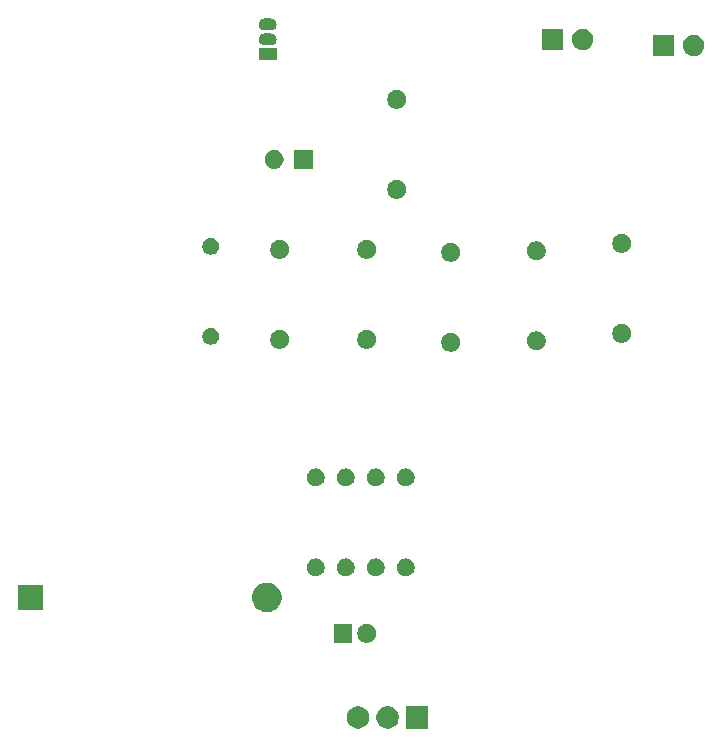
<source format=gbs>
G04 #@! TF.GenerationSoftware,KiCad,Pcbnew,(5.1.5)-3*
G04 #@! TF.CreationDate,2019-12-18T19:33:25+05:30*
G04 #@! TF.ProjectId,555_Badge,3535355f-4261-4646-9765-2e6b69636164,v01*
G04 #@! TF.SameCoordinates,Original*
G04 #@! TF.FileFunction,Soldermask,Bot*
G04 #@! TF.FilePolarity,Negative*
%FSLAX46Y46*%
G04 Gerber Fmt 4.6, Leading zero omitted, Abs format (unit mm)*
G04 Created by KiCad (PCBNEW (5.1.5)-3) date 2019-12-18 19:33:25*
%MOMM*%
%LPD*%
G04 APERTURE LIST*
%ADD10C,0.100000*%
G04 APERTURE END LIST*
D10*
G36*
X71091726Y-134956293D02*
G01*
X71183688Y-134974585D01*
X71356942Y-135046349D01*
X71512862Y-135150531D01*
X71645469Y-135283138D01*
X71749651Y-135439058D01*
X71821415Y-135612313D01*
X71858000Y-135796235D01*
X71858000Y-135983765D01*
X71821415Y-136167687D01*
X71749651Y-136340942D01*
X71645469Y-136496862D01*
X71512862Y-136629469D01*
X71356942Y-136733651D01*
X71183688Y-136805415D01*
X71091726Y-136823708D01*
X70999765Y-136842000D01*
X70812235Y-136842000D01*
X70720274Y-136823708D01*
X70628312Y-136805415D01*
X70455058Y-136733651D01*
X70299138Y-136629469D01*
X70166531Y-136496862D01*
X70062349Y-136340942D01*
X69990585Y-136167687D01*
X69954000Y-135983765D01*
X69954000Y-135796235D01*
X69990585Y-135612313D01*
X70062349Y-135439058D01*
X70166531Y-135283138D01*
X70299138Y-135150531D01*
X70455058Y-135046349D01*
X70628312Y-134974585D01*
X70720274Y-134956293D01*
X70812235Y-134938000D01*
X70999765Y-134938000D01*
X71091726Y-134956293D01*
G37*
G36*
X73591726Y-134956293D02*
G01*
X73683688Y-134974585D01*
X73856942Y-135046349D01*
X74012862Y-135150531D01*
X74145469Y-135283138D01*
X74249651Y-135439058D01*
X74321415Y-135612313D01*
X74358000Y-135796235D01*
X74358000Y-135983765D01*
X74321415Y-136167687D01*
X74249651Y-136340942D01*
X74145469Y-136496862D01*
X74012862Y-136629469D01*
X73856942Y-136733651D01*
X73683688Y-136805415D01*
X73591726Y-136823708D01*
X73499765Y-136842000D01*
X73312235Y-136842000D01*
X73220274Y-136823708D01*
X73128312Y-136805415D01*
X72955058Y-136733651D01*
X72799138Y-136629469D01*
X72666531Y-136496862D01*
X72562349Y-136340942D01*
X72490585Y-136167687D01*
X72454000Y-135983765D01*
X72454000Y-135796235D01*
X72490585Y-135612313D01*
X72562349Y-135439058D01*
X72666531Y-135283138D01*
X72799138Y-135150531D01*
X72955058Y-135046349D01*
X73128312Y-134974585D01*
X73220274Y-134956293D01*
X73312235Y-134938000D01*
X73499765Y-134938000D01*
X73591726Y-134956293D01*
G37*
G36*
X76858000Y-136842000D02*
G01*
X74954000Y-136842000D01*
X74954000Y-134938000D01*
X76858000Y-134938000D01*
X76858000Y-136842000D01*
G37*
G36*
X71784462Y-127991410D02*
G01*
X71861935Y-128006820D01*
X72007890Y-128067276D01*
X72139245Y-128155046D01*
X72250954Y-128266755D01*
X72338724Y-128398110D01*
X72399180Y-128544065D01*
X72430000Y-128699010D01*
X72430000Y-128856990D01*
X72399180Y-129011935D01*
X72338724Y-129157890D01*
X72250954Y-129289245D01*
X72139245Y-129400954D01*
X72007890Y-129488724D01*
X71861935Y-129549180D01*
X71784462Y-129564590D01*
X71706991Y-129580000D01*
X71549009Y-129580000D01*
X71471538Y-129564590D01*
X71394065Y-129549180D01*
X71248110Y-129488724D01*
X71116755Y-129400954D01*
X71005046Y-129289245D01*
X70917276Y-129157890D01*
X70856820Y-129011935D01*
X70826000Y-128856990D01*
X70826000Y-128699010D01*
X70856820Y-128544065D01*
X70917276Y-128398110D01*
X71005046Y-128266755D01*
X71116755Y-128155046D01*
X71248110Y-128067276D01*
X71394065Y-128006820D01*
X71471538Y-127991410D01*
X71549009Y-127976000D01*
X71706991Y-127976000D01*
X71784462Y-127991410D01*
G37*
G36*
X70430000Y-129580000D02*
G01*
X68826000Y-129580000D01*
X68826000Y-127976000D01*
X70430000Y-127976000D01*
X70430000Y-129580000D01*
G37*
G36*
X63545194Y-124526113D02*
G01*
X63773043Y-124620491D01*
X63773044Y-124620492D01*
X63978104Y-124757508D01*
X64152492Y-124931896D01*
X64244043Y-125068913D01*
X64289509Y-125136957D01*
X64383887Y-125364806D01*
X64432000Y-125606687D01*
X64432000Y-125853313D01*
X64383887Y-126095194D01*
X64289509Y-126323043D01*
X64289508Y-126323044D01*
X64152492Y-126528104D01*
X63978104Y-126702492D01*
X63841087Y-126794043D01*
X63773043Y-126839509D01*
X63545194Y-126933887D01*
X63303313Y-126982000D01*
X63056687Y-126982000D01*
X62814806Y-126933887D01*
X62586957Y-126839509D01*
X62518913Y-126794043D01*
X62381896Y-126702492D01*
X62207508Y-126528104D01*
X62070492Y-126323044D01*
X62070491Y-126323043D01*
X61976113Y-126095194D01*
X61928000Y-125853313D01*
X61928000Y-125606687D01*
X61976113Y-125364806D01*
X62070491Y-125136957D01*
X62115957Y-125068913D01*
X62207508Y-124931896D01*
X62381896Y-124757508D01*
X62586956Y-124620492D01*
X62586957Y-124620491D01*
X62814806Y-124526113D01*
X63056687Y-124478000D01*
X63303313Y-124478000D01*
X63545194Y-124526113D01*
G37*
G36*
X44267000Y-126817000D02*
G01*
X42093000Y-126817000D01*
X42093000Y-124643000D01*
X44267000Y-124643000D01*
X44267000Y-126817000D01*
G37*
G36*
X75079049Y-122440680D02*
G01*
X75152851Y-122455360D01*
X75291890Y-122512952D01*
X75417022Y-122596562D01*
X75523438Y-122702978D01*
X75607048Y-122828110D01*
X75664640Y-122967149D01*
X75694000Y-123114753D01*
X75694000Y-123265247D01*
X75664640Y-123412851D01*
X75607048Y-123551890D01*
X75523438Y-123677022D01*
X75417022Y-123783438D01*
X75291890Y-123867048D01*
X75152851Y-123924640D01*
X75079049Y-123939320D01*
X75005249Y-123954000D01*
X74854751Y-123954000D01*
X74780951Y-123939320D01*
X74707149Y-123924640D01*
X74568110Y-123867048D01*
X74442978Y-123783438D01*
X74336562Y-123677022D01*
X74252952Y-123551890D01*
X74195360Y-123412851D01*
X74166000Y-123265247D01*
X74166000Y-123114753D01*
X74195360Y-122967149D01*
X74252952Y-122828110D01*
X74336562Y-122702978D01*
X74442978Y-122596562D01*
X74568110Y-122512952D01*
X74707149Y-122455360D01*
X74780951Y-122440680D01*
X74854751Y-122426000D01*
X75005249Y-122426000D01*
X75079049Y-122440680D01*
G37*
G36*
X72539049Y-122440680D02*
G01*
X72612851Y-122455360D01*
X72751890Y-122512952D01*
X72877022Y-122596562D01*
X72983438Y-122702978D01*
X73067048Y-122828110D01*
X73124640Y-122967149D01*
X73154000Y-123114753D01*
X73154000Y-123265247D01*
X73124640Y-123412851D01*
X73067048Y-123551890D01*
X72983438Y-123677022D01*
X72877022Y-123783438D01*
X72751890Y-123867048D01*
X72612851Y-123924640D01*
X72539049Y-123939320D01*
X72465249Y-123954000D01*
X72314751Y-123954000D01*
X72240951Y-123939320D01*
X72167149Y-123924640D01*
X72028110Y-123867048D01*
X71902978Y-123783438D01*
X71796562Y-123677022D01*
X71712952Y-123551890D01*
X71655360Y-123412851D01*
X71626000Y-123265247D01*
X71626000Y-123114753D01*
X71655360Y-122967149D01*
X71712952Y-122828110D01*
X71796562Y-122702978D01*
X71902978Y-122596562D01*
X72028110Y-122512952D01*
X72167149Y-122455360D01*
X72240951Y-122440680D01*
X72314751Y-122426000D01*
X72465249Y-122426000D01*
X72539049Y-122440680D01*
G37*
G36*
X69999049Y-122440680D02*
G01*
X70072851Y-122455360D01*
X70211890Y-122512952D01*
X70337022Y-122596562D01*
X70443438Y-122702978D01*
X70527048Y-122828110D01*
X70584640Y-122967149D01*
X70614000Y-123114753D01*
X70614000Y-123265247D01*
X70584640Y-123412851D01*
X70527048Y-123551890D01*
X70443438Y-123677022D01*
X70337022Y-123783438D01*
X70211890Y-123867048D01*
X70072851Y-123924640D01*
X69999049Y-123939320D01*
X69925249Y-123954000D01*
X69774751Y-123954000D01*
X69700951Y-123939320D01*
X69627149Y-123924640D01*
X69488110Y-123867048D01*
X69362978Y-123783438D01*
X69256562Y-123677022D01*
X69172952Y-123551890D01*
X69115360Y-123412851D01*
X69086000Y-123265247D01*
X69086000Y-123114753D01*
X69115360Y-122967149D01*
X69172952Y-122828110D01*
X69256562Y-122702978D01*
X69362978Y-122596562D01*
X69488110Y-122512952D01*
X69627149Y-122455360D01*
X69700951Y-122440680D01*
X69774751Y-122426000D01*
X69925249Y-122426000D01*
X69999049Y-122440680D01*
G37*
G36*
X67459049Y-122440680D02*
G01*
X67532851Y-122455360D01*
X67671890Y-122512952D01*
X67797022Y-122596562D01*
X67903438Y-122702978D01*
X67987048Y-122828110D01*
X68044640Y-122967149D01*
X68074000Y-123114753D01*
X68074000Y-123265247D01*
X68044640Y-123412851D01*
X67987048Y-123551890D01*
X67903438Y-123677022D01*
X67797022Y-123783438D01*
X67671890Y-123867048D01*
X67532851Y-123924640D01*
X67459049Y-123939320D01*
X67385249Y-123954000D01*
X67234751Y-123954000D01*
X67160951Y-123939320D01*
X67087149Y-123924640D01*
X66948110Y-123867048D01*
X66822978Y-123783438D01*
X66716562Y-123677022D01*
X66632952Y-123551890D01*
X66575360Y-123412851D01*
X66546000Y-123265247D01*
X66546000Y-123114753D01*
X66575360Y-122967149D01*
X66632952Y-122828110D01*
X66716562Y-122702978D01*
X66822978Y-122596562D01*
X66948110Y-122512952D01*
X67087149Y-122455360D01*
X67160951Y-122440680D01*
X67234751Y-122426000D01*
X67385249Y-122426000D01*
X67459049Y-122440680D01*
G37*
G36*
X67459049Y-114820680D02*
G01*
X67532851Y-114835360D01*
X67671890Y-114892952D01*
X67797022Y-114976562D01*
X67903438Y-115082978D01*
X67987048Y-115208110D01*
X68044640Y-115347149D01*
X68074000Y-115494753D01*
X68074000Y-115645247D01*
X68044640Y-115792851D01*
X67987048Y-115931890D01*
X67903438Y-116057022D01*
X67797022Y-116163438D01*
X67671890Y-116247048D01*
X67532851Y-116304640D01*
X67459049Y-116319320D01*
X67385249Y-116334000D01*
X67234751Y-116334000D01*
X67160951Y-116319320D01*
X67087149Y-116304640D01*
X66948110Y-116247048D01*
X66822978Y-116163438D01*
X66716562Y-116057022D01*
X66632952Y-115931890D01*
X66575360Y-115792851D01*
X66546000Y-115645247D01*
X66546000Y-115494753D01*
X66575360Y-115347149D01*
X66632952Y-115208110D01*
X66716562Y-115082978D01*
X66822978Y-114976562D01*
X66948110Y-114892952D01*
X67087149Y-114835360D01*
X67160951Y-114820680D01*
X67234751Y-114806000D01*
X67385249Y-114806000D01*
X67459049Y-114820680D01*
G37*
G36*
X75079049Y-114820680D02*
G01*
X75152851Y-114835360D01*
X75291890Y-114892952D01*
X75417022Y-114976562D01*
X75523438Y-115082978D01*
X75607048Y-115208110D01*
X75664640Y-115347149D01*
X75694000Y-115494753D01*
X75694000Y-115645247D01*
X75664640Y-115792851D01*
X75607048Y-115931890D01*
X75523438Y-116057022D01*
X75417022Y-116163438D01*
X75291890Y-116247048D01*
X75152851Y-116304640D01*
X75079049Y-116319320D01*
X75005249Y-116334000D01*
X74854751Y-116334000D01*
X74780951Y-116319320D01*
X74707149Y-116304640D01*
X74568110Y-116247048D01*
X74442978Y-116163438D01*
X74336562Y-116057022D01*
X74252952Y-115931890D01*
X74195360Y-115792851D01*
X74166000Y-115645247D01*
X74166000Y-115494753D01*
X74195360Y-115347149D01*
X74252952Y-115208110D01*
X74336562Y-115082978D01*
X74442978Y-114976562D01*
X74568110Y-114892952D01*
X74707149Y-114835360D01*
X74780951Y-114820680D01*
X74854751Y-114806000D01*
X75005249Y-114806000D01*
X75079049Y-114820680D01*
G37*
G36*
X72539049Y-114820680D02*
G01*
X72612851Y-114835360D01*
X72751890Y-114892952D01*
X72877022Y-114976562D01*
X72983438Y-115082978D01*
X73067048Y-115208110D01*
X73124640Y-115347149D01*
X73154000Y-115494753D01*
X73154000Y-115645247D01*
X73124640Y-115792851D01*
X73067048Y-115931890D01*
X72983438Y-116057022D01*
X72877022Y-116163438D01*
X72751890Y-116247048D01*
X72612851Y-116304640D01*
X72539049Y-116319320D01*
X72465249Y-116334000D01*
X72314751Y-116334000D01*
X72240951Y-116319320D01*
X72167149Y-116304640D01*
X72028110Y-116247048D01*
X71902978Y-116163438D01*
X71796562Y-116057022D01*
X71712952Y-115931890D01*
X71655360Y-115792851D01*
X71626000Y-115645247D01*
X71626000Y-115494753D01*
X71655360Y-115347149D01*
X71712952Y-115208110D01*
X71796562Y-115082978D01*
X71902978Y-114976562D01*
X72028110Y-114892952D01*
X72167149Y-114835360D01*
X72240951Y-114820680D01*
X72314751Y-114806000D01*
X72465249Y-114806000D01*
X72539049Y-114820680D01*
G37*
G36*
X69999049Y-114820680D02*
G01*
X70072851Y-114835360D01*
X70211890Y-114892952D01*
X70337022Y-114976562D01*
X70443438Y-115082978D01*
X70527048Y-115208110D01*
X70584640Y-115347149D01*
X70614000Y-115494753D01*
X70614000Y-115645247D01*
X70584640Y-115792851D01*
X70527048Y-115931890D01*
X70443438Y-116057022D01*
X70337022Y-116163438D01*
X70211890Y-116247048D01*
X70072851Y-116304640D01*
X69999049Y-116319320D01*
X69925249Y-116334000D01*
X69774751Y-116334000D01*
X69700951Y-116319320D01*
X69627149Y-116304640D01*
X69488110Y-116247048D01*
X69362978Y-116163438D01*
X69256562Y-116057022D01*
X69172952Y-115931890D01*
X69115360Y-115792851D01*
X69086000Y-115645247D01*
X69086000Y-115494753D01*
X69115360Y-115347149D01*
X69172952Y-115208110D01*
X69256562Y-115082978D01*
X69362978Y-114976562D01*
X69488110Y-114892952D01*
X69627149Y-114835360D01*
X69700951Y-114820680D01*
X69774751Y-114806000D01*
X69925249Y-114806000D01*
X69999049Y-114820680D01*
G37*
G36*
X78896462Y-103353410D02*
G01*
X78973935Y-103368820D01*
X79119890Y-103429276D01*
X79251245Y-103517046D01*
X79362954Y-103628755D01*
X79450724Y-103760110D01*
X79511180Y-103906065D01*
X79514153Y-103921010D01*
X79542000Y-104061009D01*
X79542000Y-104218991D01*
X79539027Y-104233935D01*
X79511180Y-104373935D01*
X79450724Y-104519890D01*
X79362954Y-104651245D01*
X79251245Y-104762954D01*
X79119890Y-104850724D01*
X78973935Y-104911180D01*
X78818991Y-104942000D01*
X78661009Y-104942000D01*
X78506065Y-104911180D01*
X78360110Y-104850724D01*
X78228755Y-104762954D01*
X78117046Y-104651245D01*
X78029276Y-104519890D01*
X77968820Y-104373935D01*
X77940973Y-104233935D01*
X77938000Y-104218991D01*
X77938000Y-104061009D01*
X77965847Y-103921010D01*
X77968820Y-103906065D01*
X78029276Y-103760110D01*
X78117046Y-103628755D01*
X78228755Y-103517046D01*
X78360110Y-103429276D01*
X78506065Y-103368820D01*
X78661009Y-103338000D01*
X78818991Y-103338000D01*
X78896462Y-103353410D01*
G37*
G36*
X86233935Y-103228820D02*
G01*
X86379890Y-103289276D01*
X86511245Y-103377046D01*
X86622954Y-103488755D01*
X86710724Y-103620110D01*
X86768713Y-103760110D01*
X86771180Y-103766066D01*
X86799028Y-103906066D01*
X86802000Y-103921010D01*
X86802000Y-104078990D01*
X86771180Y-104233935D01*
X86710724Y-104379890D01*
X86622954Y-104511245D01*
X86511245Y-104622954D01*
X86379890Y-104710724D01*
X86233935Y-104771180D01*
X86078991Y-104802000D01*
X85921009Y-104802000D01*
X85843538Y-104786590D01*
X85766065Y-104771180D01*
X85620110Y-104710724D01*
X85488755Y-104622954D01*
X85377046Y-104511245D01*
X85289276Y-104379890D01*
X85228820Y-104233935D01*
X85198000Y-104078990D01*
X85198000Y-103921010D01*
X85200973Y-103906066D01*
X85228820Y-103766066D01*
X85231287Y-103760110D01*
X85289276Y-103620110D01*
X85377046Y-103488755D01*
X85488755Y-103377046D01*
X85620110Y-103289276D01*
X85766065Y-103228820D01*
X85921009Y-103198000D01*
X86078991Y-103198000D01*
X86233935Y-103228820D01*
G37*
G36*
X71720670Y-103086721D02*
G01*
X71861935Y-103114820D01*
X72007890Y-103175276D01*
X72139245Y-103263046D01*
X72250954Y-103374755D01*
X72338724Y-103506110D01*
X72399180Y-103652065D01*
X72399180Y-103652066D01*
X72430000Y-103807009D01*
X72430000Y-103964991D01*
X72422846Y-104000955D01*
X72399180Y-104119935D01*
X72338724Y-104265890D01*
X72250954Y-104397245D01*
X72139245Y-104508954D01*
X72007890Y-104596724D01*
X71861935Y-104657180D01*
X71784462Y-104672590D01*
X71706991Y-104688000D01*
X71549009Y-104688000D01*
X71471538Y-104672590D01*
X71394065Y-104657180D01*
X71248110Y-104596724D01*
X71116755Y-104508954D01*
X71005046Y-104397245D01*
X70917276Y-104265890D01*
X70856820Y-104119935D01*
X70833154Y-104000955D01*
X70826000Y-103964991D01*
X70826000Y-103807009D01*
X70856820Y-103652066D01*
X70856820Y-103652065D01*
X70917276Y-103506110D01*
X71005046Y-103374755D01*
X71116755Y-103263046D01*
X71248110Y-103175276D01*
X71394065Y-103114820D01*
X71535330Y-103086721D01*
X71549009Y-103084000D01*
X71706991Y-103084000D01*
X71720670Y-103086721D01*
G37*
G36*
X64354670Y-103086721D02*
G01*
X64495935Y-103114820D01*
X64641890Y-103175276D01*
X64773245Y-103263046D01*
X64884954Y-103374755D01*
X64972724Y-103506110D01*
X65033180Y-103652065D01*
X65033180Y-103652066D01*
X65064000Y-103807009D01*
X65064000Y-103964991D01*
X65056846Y-104000955D01*
X65033180Y-104119935D01*
X64972724Y-104265890D01*
X64884954Y-104397245D01*
X64773245Y-104508954D01*
X64641890Y-104596724D01*
X64495935Y-104657180D01*
X64418462Y-104672590D01*
X64340991Y-104688000D01*
X64183009Y-104688000D01*
X64105538Y-104672590D01*
X64028065Y-104657180D01*
X63882110Y-104596724D01*
X63750755Y-104508954D01*
X63639046Y-104397245D01*
X63551276Y-104265890D01*
X63490820Y-104119935D01*
X63467154Y-104000955D01*
X63460000Y-103964991D01*
X63460000Y-103807009D01*
X63490820Y-103652066D01*
X63490820Y-103652065D01*
X63551276Y-103506110D01*
X63639046Y-103374755D01*
X63750755Y-103263046D01*
X63882110Y-103175276D01*
X64028065Y-103114820D01*
X64169330Y-103086721D01*
X64183009Y-103084000D01*
X64340991Y-103084000D01*
X64354670Y-103086721D01*
G37*
G36*
X58624766Y-102956977D02*
G01*
X58752522Y-103009895D01*
X58867499Y-103086721D01*
X58965279Y-103184501D01*
X59042105Y-103299478D01*
X59095023Y-103427234D01*
X59122000Y-103562859D01*
X59122000Y-103701141D01*
X59095023Y-103836766D01*
X59042105Y-103964522D01*
X58965279Y-104079499D01*
X58867499Y-104177279D01*
X58752522Y-104254105D01*
X58624766Y-104307023D01*
X58489141Y-104334000D01*
X58350859Y-104334000D01*
X58215234Y-104307023D01*
X58087478Y-104254105D01*
X57972501Y-104177279D01*
X57874721Y-104079499D01*
X57797895Y-103964522D01*
X57744977Y-103836766D01*
X57718000Y-103701141D01*
X57718000Y-103562859D01*
X57744977Y-103427234D01*
X57797895Y-103299478D01*
X57874721Y-103184501D01*
X57972501Y-103086721D01*
X58087478Y-103009895D01*
X58215234Y-102956977D01*
X58350859Y-102930000D01*
X58489141Y-102930000D01*
X58624766Y-102956977D01*
G37*
G36*
X93374462Y-102591410D02*
G01*
X93451935Y-102606820D01*
X93597890Y-102667276D01*
X93729245Y-102755046D01*
X93840954Y-102866755D01*
X93928724Y-102998110D01*
X93977066Y-103114820D01*
X93989180Y-103144066D01*
X94012847Y-103263046D01*
X94020000Y-103299010D01*
X94020000Y-103456990D01*
X93989180Y-103611935D01*
X93928724Y-103757890D01*
X93840954Y-103889245D01*
X93729245Y-104000954D01*
X93597890Y-104088724D01*
X93451935Y-104149180D01*
X93296991Y-104180000D01*
X93139009Y-104180000D01*
X93061538Y-104164590D01*
X92984065Y-104149180D01*
X92838110Y-104088724D01*
X92706755Y-104000954D01*
X92595046Y-103889245D01*
X92507276Y-103757890D01*
X92446820Y-103611935D01*
X92416000Y-103456990D01*
X92416000Y-103299010D01*
X92423154Y-103263046D01*
X92446820Y-103144066D01*
X92458934Y-103114820D01*
X92507276Y-102998110D01*
X92595046Y-102866755D01*
X92706755Y-102755046D01*
X92838110Y-102667276D01*
X92984065Y-102606820D01*
X93061538Y-102591410D01*
X93139009Y-102576000D01*
X93296991Y-102576000D01*
X93374462Y-102591410D01*
G37*
G36*
X78896462Y-95733410D02*
G01*
X78973935Y-95748820D01*
X79119890Y-95809276D01*
X79251245Y-95897046D01*
X79362954Y-96008755D01*
X79450724Y-96140110D01*
X79511180Y-96286065D01*
X79514153Y-96301010D01*
X79542000Y-96441009D01*
X79542000Y-96598991D01*
X79539027Y-96613935D01*
X79511180Y-96753935D01*
X79450724Y-96899890D01*
X79362954Y-97031245D01*
X79251245Y-97142954D01*
X79119890Y-97230724D01*
X78973935Y-97291180D01*
X78896462Y-97306590D01*
X78818991Y-97322000D01*
X78661009Y-97322000D01*
X78506065Y-97291180D01*
X78360110Y-97230724D01*
X78228755Y-97142954D01*
X78117046Y-97031245D01*
X78029276Y-96899890D01*
X77968820Y-96753935D01*
X77940973Y-96613935D01*
X77938000Y-96598991D01*
X77938000Y-96441009D01*
X77965847Y-96301010D01*
X77968820Y-96286065D01*
X78029276Y-96140110D01*
X78117046Y-96008755D01*
X78228755Y-95897046D01*
X78360110Y-95809276D01*
X78506065Y-95748820D01*
X78583538Y-95733410D01*
X78661009Y-95718000D01*
X78818991Y-95718000D01*
X78896462Y-95733410D01*
G37*
G36*
X86233935Y-95608820D02*
G01*
X86379890Y-95669276D01*
X86511245Y-95757046D01*
X86622954Y-95868755D01*
X86710724Y-96000110D01*
X86768713Y-96140110D01*
X86771180Y-96146066D01*
X86799028Y-96286066D01*
X86802000Y-96301010D01*
X86802000Y-96458990D01*
X86771180Y-96613935D01*
X86710724Y-96759890D01*
X86622954Y-96891245D01*
X86511245Y-97002954D01*
X86379890Y-97090724D01*
X86233935Y-97151180D01*
X86156462Y-97166590D01*
X86078991Y-97182000D01*
X85921009Y-97182000D01*
X85843538Y-97166590D01*
X85766065Y-97151180D01*
X85620110Y-97090724D01*
X85488755Y-97002954D01*
X85377046Y-96891245D01*
X85289276Y-96759890D01*
X85228820Y-96613935D01*
X85198000Y-96458990D01*
X85198000Y-96301010D01*
X85200973Y-96286066D01*
X85228820Y-96146066D01*
X85231287Y-96140110D01*
X85289276Y-96000110D01*
X85377046Y-95868755D01*
X85488755Y-95757046D01*
X85620110Y-95669276D01*
X85766065Y-95608820D01*
X85921009Y-95578000D01*
X86078991Y-95578000D01*
X86233935Y-95608820D01*
G37*
G36*
X71720670Y-95466721D02*
G01*
X71861935Y-95494820D01*
X72007890Y-95555276D01*
X72139245Y-95643046D01*
X72250954Y-95754755D01*
X72338724Y-95886110D01*
X72399180Y-96032065D01*
X72399180Y-96032066D01*
X72430000Y-96187009D01*
X72430000Y-96344991D01*
X72422846Y-96380955D01*
X72399180Y-96499935D01*
X72338724Y-96645890D01*
X72250954Y-96777245D01*
X72139245Y-96888954D01*
X72007890Y-96976724D01*
X71861935Y-97037180D01*
X71706991Y-97068000D01*
X71549009Y-97068000D01*
X71471538Y-97052590D01*
X71394065Y-97037180D01*
X71248110Y-96976724D01*
X71116755Y-96888954D01*
X71005046Y-96777245D01*
X70917276Y-96645890D01*
X70856820Y-96499935D01*
X70833154Y-96380955D01*
X70826000Y-96344991D01*
X70826000Y-96187009D01*
X70856820Y-96032066D01*
X70856820Y-96032065D01*
X70917276Y-95886110D01*
X71005046Y-95754755D01*
X71116755Y-95643046D01*
X71248110Y-95555276D01*
X71394065Y-95494820D01*
X71535330Y-95466721D01*
X71549009Y-95464000D01*
X71706991Y-95464000D01*
X71720670Y-95466721D01*
G37*
G36*
X64354670Y-95466721D02*
G01*
X64495935Y-95494820D01*
X64641890Y-95555276D01*
X64773245Y-95643046D01*
X64884954Y-95754755D01*
X64972724Y-95886110D01*
X65033180Y-96032065D01*
X65033180Y-96032066D01*
X65064000Y-96187009D01*
X65064000Y-96344991D01*
X65056846Y-96380955D01*
X65033180Y-96499935D01*
X64972724Y-96645890D01*
X64884954Y-96777245D01*
X64773245Y-96888954D01*
X64641890Y-96976724D01*
X64495935Y-97037180D01*
X64340991Y-97068000D01*
X64183009Y-97068000D01*
X64105538Y-97052590D01*
X64028065Y-97037180D01*
X63882110Y-96976724D01*
X63750755Y-96888954D01*
X63639046Y-96777245D01*
X63551276Y-96645890D01*
X63490820Y-96499935D01*
X63467154Y-96380955D01*
X63460000Y-96344991D01*
X63460000Y-96187009D01*
X63490820Y-96032066D01*
X63490820Y-96032065D01*
X63551276Y-95886110D01*
X63639046Y-95754755D01*
X63750755Y-95643046D01*
X63882110Y-95555276D01*
X64028065Y-95494820D01*
X64169330Y-95466721D01*
X64183009Y-95464000D01*
X64340991Y-95464000D01*
X64354670Y-95466721D01*
G37*
G36*
X58624766Y-95336977D02*
G01*
X58752522Y-95389895D01*
X58867499Y-95466721D01*
X58965279Y-95564501D01*
X59042105Y-95679478D01*
X59095023Y-95807234D01*
X59122000Y-95942859D01*
X59122000Y-96081141D01*
X59095023Y-96216766D01*
X59042105Y-96344522D01*
X58965279Y-96459499D01*
X58867499Y-96557279D01*
X58752522Y-96634105D01*
X58624766Y-96687023D01*
X58489141Y-96714000D01*
X58350859Y-96714000D01*
X58215234Y-96687023D01*
X58087478Y-96634105D01*
X57972501Y-96557279D01*
X57874721Y-96459499D01*
X57797895Y-96344522D01*
X57744977Y-96216766D01*
X57718000Y-96081141D01*
X57718000Y-95942859D01*
X57744977Y-95807234D01*
X57797895Y-95679478D01*
X57874721Y-95564501D01*
X57972501Y-95466721D01*
X58087478Y-95389895D01*
X58215234Y-95336977D01*
X58350859Y-95310000D01*
X58489141Y-95310000D01*
X58624766Y-95336977D01*
G37*
G36*
X93374462Y-94971410D02*
G01*
X93451935Y-94986820D01*
X93597890Y-95047276D01*
X93729245Y-95135046D01*
X93840954Y-95246755D01*
X93928724Y-95378110D01*
X93977066Y-95494820D01*
X93989180Y-95524066D01*
X94012847Y-95643046D01*
X94020000Y-95679010D01*
X94020000Y-95836990D01*
X93989180Y-95991935D01*
X93928724Y-96137890D01*
X93840954Y-96269245D01*
X93729245Y-96380954D01*
X93597890Y-96468724D01*
X93451935Y-96529180D01*
X93374462Y-96544590D01*
X93296991Y-96560000D01*
X93139009Y-96560000D01*
X93061538Y-96544590D01*
X92984065Y-96529180D01*
X92838110Y-96468724D01*
X92706755Y-96380954D01*
X92595046Y-96269245D01*
X92507276Y-96137890D01*
X92446820Y-95991935D01*
X92416000Y-95836990D01*
X92416000Y-95679010D01*
X92423154Y-95643046D01*
X92446820Y-95524066D01*
X92458934Y-95494820D01*
X92507276Y-95378110D01*
X92595046Y-95246755D01*
X92706755Y-95135046D01*
X92838110Y-95047276D01*
X92984065Y-94986820D01*
X93139009Y-94956000D01*
X93296991Y-94956000D01*
X93374462Y-94971410D01*
G37*
G36*
X74324462Y-90399410D02*
G01*
X74401935Y-90414820D01*
X74547890Y-90475276D01*
X74679245Y-90563046D01*
X74790954Y-90674755D01*
X74878724Y-90806110D01*
X74939180Y-90952065D01*
X74970000Y-91107010D01*
X74970000Y-91264990D01*
X74939180Y-91419935D01*
X74878724Y-91565890D01*
X74790954Y-91697245D01*
X74679245Y-91808954D01*
X74547890Y-91896724D01*
X74401935Y-91957180D01*
X74324462Y-91972590D01*
X74246991Y-91988000D01*
X74089009Y-91988000D01*
X74011538Y-91972590D01*
X73934065Y-91957180D01*
X73788110Y-91896724D01*
X73656755Y-91808954D01*
X73545046Y-91697245D01*
X73457276Y-91565890D01*
X73396820Y-91419935D01*
X73366000Y-91264990D01*
X73366000Y-91107010D01*
X73396820Y-90952065D01*
X73457276Y-90806110D01*
X73545046Y-90674755D01*
X73656755Y-90563046D01*
X73788110Y-90475276D01*
X73934065Y-90414820D01*
X74011538Y-90399410D01*
X74089009Y-90384000D01*
X74246991Y-90384000D01*
X74324462Y-90399410D01*
G37*
G36*
X67096000Y-89448000D02*
G01*
X65492000Y-89448000D01*
X65492000Y-87844000D01*
X67096000Y-87844000D01*
X67096000Y-89448000D01*
G37*
G36*
X63950462Y-87859410D02*
G01*
X64027935Y-87874820D01*
X64173890Y-87935276D01*
X64305245Y-88023046D01*
X64416954Y-88134755D01*
X64504724Y-88266110D01*
X64565180Y-88412065D01*
X64596000Y-88567010D01*
X64596000Y-88724990D01*
X64565180Y-88879935D01*
X64504724Y-89025890D01*
X64416954Y-89157245D01*
X64305245Y-89268954D01*
X64173890Y-89356724D01*
X64027935Y-89417180D01*
X63950462Y-89432590D01*
X63872991Y-89448000D01*
X63715009Y-89448000D01*
X63637538Y-89432590D01*
X63560065Y-89417180D01*
X63414110Y-89356724D01*
X63282755Y-89268954D01*
X63171046Y-89157245D01*
X63083276Y-89025890D01*
X63022820Y-88879935D01*
X62992000Y-88724990D01*
X62992000Y-88567010D01*
X63022820Y-88412065D01*
X63083276Y-88266110D01*
X63171046Y-88134755D01*
X63282755Y-88023046D01*
X63414110Y-87935276D01*
X63560065Y-87874820D01*
X63637538Y-87859410D01*
X63715009Y-87844000D01*
X63872991Y-87844000D01*
X63950462Y-87859410D01*
G37*
G36*
X74324462Y-82779410D02*
G01*
X74401935Y-82794820D01*
X74547890Y-82855276D01*
X74679245Y-82943046D01*
X74790954Y-83054755D01*
X74878724Y-83186110D01*
X74939180Y-83332065D01*
X74970000Y-83487010D01*
X74970000Y-83644990D01*
X74939180Y-83799935D01*
X74878724Y-83945890D01*
X74790954Y-84077245D01*
X74679245Y-84188954D01*
X74547890Y-84276724D01*
X74401935Y-84337180D01*
X74324462Y-84352590D01*
X74246991Y-84368000D01*
X74089009Y-84368000D01*
X74011538Y-84352590D01*
X73934065Y-84337180D01*
X73788110Y-84276724D01*
X73656755Y-84188954D01*
X73545046Y-84077245D01*
X73457276Y-83945890D01*
X73396820Y-83799935D01*
X73366000Y-83644990D01*
X73366000Y-83487010D01*
X73396820Y-83332065D01*
X73457276Y-83186110D01*
X73545046Y-83054755D01*
X73656755Y-82943046D01*
X73788110Y-82855276D01*
X73934065Y-82794820D01*
X74011538Y-82779410D01*
X74089009Y-82764000D01*
X74246991Y-82764000D01*
X74324462Y-82779410D01*
G37*
G36*
X63998000Y-80258000D02*
G01*
X62494000Y-80258000D01*
X62494000Y-79254000D01*
X63998000Y-79254000D01*
X63998000Y-80258000D01*
G37*
G36*
X97676000Y-79896000D02*
G01*
X95872000Y-79896000D01*
X95872000Y-78092000D01*
X97676000Y-78092000D01*
X97676000Y-79896000D01*
G37*
G36*
X99577102Y-78126663D02*
G01*
X99583507Y-78129316D01*
X99741257Y-78194658D01*
X99783518Y-78222896D01*
X99888991Y-78293371D01*
X100014629Y-78419009D01*
X100113343Y-78566745D01*
X100181337Y-78730898D01*
X100216000Y-78905159D01*
X100216000Y-79082841D01*
X100181337Y-79257102D01*
X100113343Y-79421255D01*
X100113342Y-79421257D01*
X100014629Y-79568991D01*
X99888991Y-79694629D01*
X99741257Y-79793342D01*
X99741256Y-79793343D01*
X99741255Y-79793343D01*
X99577102Y-79861337D01*
X99402841Y-79896000D01*
X99225159Y-79896000D01*
X99050898Y-79861337D01*
X98886745Y-79793343D01*
X98886744Y-79793343D01*
X98886743Y-79793342D01*
X98739009Y-79694629D01*
X98613371Y-79568991D01*
X98514658Y-79421257D01*
X98514657Y-79421255D01*
X98446663Y-79257102D01*
X98412000Y-79082841D01*
X98412000Y-78905159D01*
X98446663Y-78730898D01*
X98514657Y-78566745D01*
X98613371Y-78419009D01*
X98739009Y-78293371D01*
X98844482Y-78222896D01*
X98886743Y-78194658D01*
X99044493Y-78129316D01*
X99050898Y-78126663D01*
X99225159Y-78092000D01*
X99402841Y-78092000D01*
X99577102Y-78126663D01*
G37*
G36*
X88278000Y-79388000D02*
G01*
X86474000Y-79388000D01*
X86474000Y-77584000D01*
X88278000Y-77584000D01*
X88278000Y-79388000D01*
G37*
G36*
X90179102Y-77618663D02*
G01*
X90343255Y-77686657D01*
X90343257Y-77686658D01*
X90379292Y-77710736D01*
X90490991Y-77785371D01*
X90616629Y-77911009D01*
X90715343Y-78058745D01*
X90783337Y-78222898D01*
X90818000Y-78397159D01*
X90818000Y-78574841D01*
X90783337Y-78749102D01*
X90715343Y-78913255D01*
X90715342Y-78913257D01*
X90616629Y-79060991D01*
X90490991Y-79186629D01*
X90343257Y-79285342D01*
X90343256Y-79285343D01*
X90343255Y-79285343D01*
X90179102Y-79353337D01*
X90004841Y-79388000D01*
X89827159Y-79388000D01*
X89652898Y-79353337D01*
X89488745Y-79285343D01*
X89488744Y-79285343D01*
X89488743Y-79285342D01*
X89341009Y-79186629D01*
X89215371Y-79060991D01*
X89116658Y-78913257D01*
X89116657Y-78913255D01*
X89048663Y-78749102D01*
X89014000Y-78574841D01*
X89014000Y-78397159D01*
X89048663Y-78222898D01*
X89116657Y-78058745D01*
X89215371Y-77911009D01*
X89341009Y-77785371D01*
X89452708Y-77710736D01*
X89488743Y-77686658D01*
X89488745Y-77686657D01*
X89652898Y-77618663D01*
X89827159Y-77584000D01*
X90004841Y-77584000D01*
X90179102Y-77618663D01*
G37*
G36*
X63545238Y-77986421D02*
G01*
X63594409Y-77991264D01*
X63657494Y-78010401D01*
X63689037Y-78019969D01*
X63735651Y-78044885D01*
X63776245Y-78066583D01*
X63776247Y-78066584D01*
X63776246Y-78066584D01*
X63852685Y-78129315D01*
X63915416Y-78205754D01*
X63962031Y-78292963D01*
X63971599Y-78324506D01*
X63990736Y-78387591D01*
X64000428Y-78486000D01*
X63990736Y-78584409D01*
X63971599Y-78647494D01*
X63962031Y-78679037D01*
X63915416Y-78766246D01*
X63852685Y-78842685D01*
X63783099Y-78899792D01*
X63776245Y-78905417D01*
X63761581Y-78913255D01*
X63689037Y-78952031D01*
X63657494Y-78961599D01*
X63594409Y-78980736D01*
X63545238Y-78985579D01*
X63520654Y-78988000D01*
X62971346Y-78988000D01*
X62946762Y-78985579D01*
X62897591Y-78980736D01*
X62834506Y-78961599D01*
X62802963Y-78952031D01*
X62730419Y-78913255D01*
X62715755Y-78905417D01*
X62708901Y-78899792D01*
X62639315Y-78842685D01*
X62576584Y-78766246D01*
X62529969Y-78679037D01*
X62520401Y-78647494D01*
X62501264Y-78584409D01*
X62491572Y-78486000D01*
X62501264Y-78387591D01*
X62520401Y-78324506D01*
X62529969Y-78292963D01*
X62576584Y-78205754D01*
X62639315Y-78129315D01*
X62715754Y-78066584D01*
X62715753Y-78066584D01*
X62715755Y-78066583D01*
X62756349Y-78044885D01*
X62802963Y-78019969D01*
X62834506Y-78010401D01*
X62897591Y-77991264D01*
X62946762Y-77986421D01*
X62971346Y-77984000D01*
X63520654Y-77984000D01*
X63545238Y-77986421D01*
G37*
G36*
X63545238Y-76716421D02*
G01*
X63594409Y-76721264D01*
X63657494Y-76740401D01*
X63689037Y-76749969D01*
X63735651Y-76774885D01*
X63776245Y-76796583D01*
X63776247Y-76796584D01*
X63776246Y-76796584D01*
X63852685Y-76859315D01*
X63915416Y-76935754D01*
X63962031Y-77022963D01*
X63962031Y-77022964D01*
X63990736Y-77117591D01*
X64000428Y-77216000D01*
X63990736Y-77314409D01*
X63971599Y-77377494D01*
X63962031Y-77409037D01*
X63915416Y-77496246D01*
X63852685Y-77572685D01*
X63783099Y-77629792D01*
X63776245Y-77635417D01*
X63735651Y-77657115D01*
X63689037Y-77682031D01*
X63673783Y-77686658D01*
X63594409Y-77710736D01*
X63545238Y-77715579D01*
X63520654Y-77718000D01*
X62971346Y-77718000D01*
X62946762Y-77715579D01*
X62897591Y-77710736D01*
X62818217Y-77686658D01*
X62802963Y-77682031D01*
X62756349Y-77657115D01*
X62715755Y-77635417D01*
X62708901Y-77629792D01*
X62639315Y-77572685D01*
X62576584Y-77496246D01*
X62529969Y-77409037D01*
X62520401Y-77377494D01*
X62501264Y-77314409D01*
X62491572Y-77216000D01*
X62501264Y-77117591D01*
X62529969Y-77022964D01*
X62529969Y-77022963D01*
X62576584Y-76935754D01*
X62639315Y-76859315D01*
X62715754Y-76796584D01*
X62715753Y-76796584D01*
X62715755Y-76796583D01*
X62756349Y-76774885D01*
X62802963Y-76749969D01*
X62834506Y-76740401D01*
X62897591Y-76721264D01*
X62946762Y-76716421D01*
X62971346Y-76714000D01*
X63520654Y-76714000D01*
X63545238Y-76716421D01*
G37*
M02*

</source>
